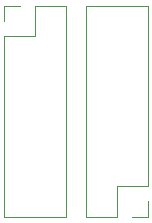
<source format=gto>
G04 #@! TF.GenerationSoftware,KiCad,Pcbnew,7.0.0-da2b9df05c~163~ubuntu22.04.1*
G04 #@! TF.CreationDate,2023-03-12T19:31:38+00:00*
G04 #@! TF.ProjectId,flippity,666c6970-7069-4747-992e-6b696361645f,rev?*
G04 #@! TF.SameCoordinates,Original*
G04 #@! TF.FileFunction,Legend,Top*
G04 #@! TF.FilePolarity,Positive*
%FSLAX46Y46*%
G04 Gerber Fmt 4.6, Leading zero omitted, Abs format (unit mm)*
G04 Created by KiCad (PCBNEW 7.0.0-da2b9df05c~163~ubuntu22.04.1) date 2023-03-12 19:31:38*
%MOMM*%
%LPD*%
G01*
G04 APERTURE LIST*
%ADD10C,0.120000*%
G04 APERTURE END LIST*
D10*
X153857000Y-90110000D02*
X148657000Y-90110000D01*
X151257000Y-108010000D02*
X148657000Y-108010000D01*
X153857000Y-106680000D02*
X153857000Y-108010000D01*
X153857000Y-105410000D02*
X151257000Y-105410000D01*
X148657000Y-108010000D02*
X148657000Y-90110000D01*
X153857000Y-108010000D02*
X152527000Y-108010000D01*
X153857000Y-105410000D02*
X153857000Y-90110000D01*
X151257000Y-105410000D02*
X151257000Y-108010000D01*
X141711000Y-108010000D02*
X146911000Y-108010000D01*
X144311000Y-90110000D02*
X146911000Y-90110000D01*
X141711000Y-91440000D02*
X141711000Y-90110000D01*
X141711000Y-92710000D02*
X144311000Y-92710000D01*
X146911000Y-90110000D02*
X146911000Y-108010000D01*
X141711000Y-90110000D02*
X143041000Y-90110000D01*
X141711000Y-92710000D02*
X141711000Y-108010000D01*
X144311000Y-92710000D02*
X144311000Y-90110000D01*
M02*

</source>
